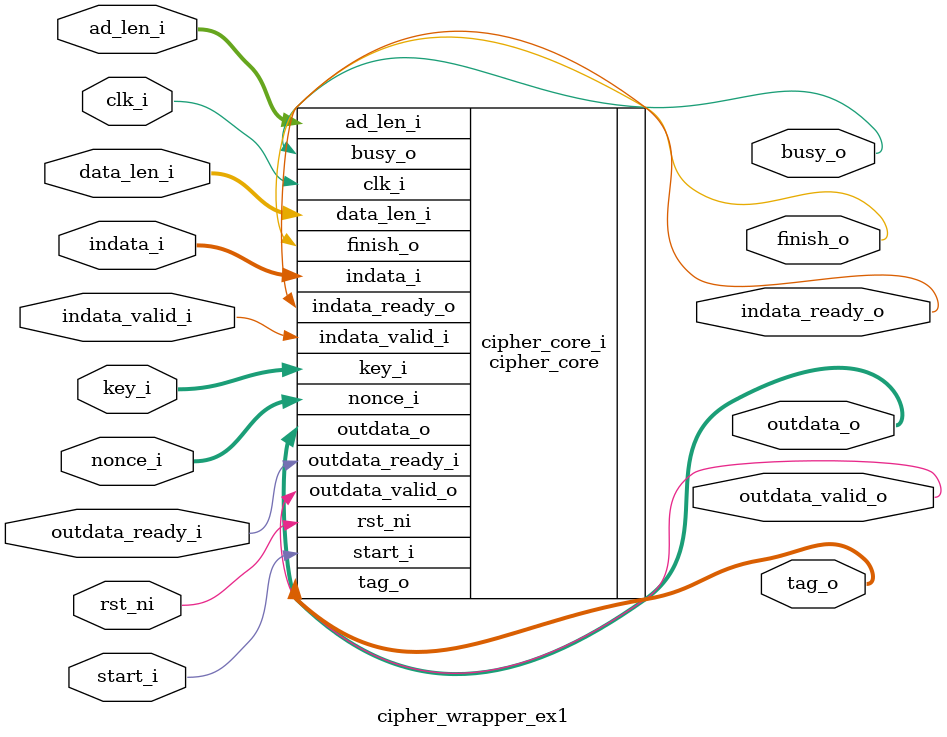
<source format=sv>
`default_nettype none

module cipher_wrapper_ex1 #(
    // Length definitions for the cipher
    parameter KEY_LENGTH  = 128,
    parameter DATA_LENGTH = 128,
    parameter LENGTH      = 32
)(
`ifdef USE_POWER_PINS
    inout VPWR,	// User area 1 1.8V supply
    inout VGND,	// User area 1 digital ground
`endif
    input  logic                   clk_i,           // Rising edge active clk.
    input  logic                   rst_ni,          // Active low reset.
    input  logic [KEY_LENGTH-1:0]  key_i,           // Encryption key.
    input  logic [DATA_LENGTH-1:0] nonce_i,         // Nonce.
    input  logic [LENGTH-1:0]      data_len_i,      // # of data blocks.
    input  logic [LENGTH-1:0]      ad_len_i,        // # of ad blocks.
    input  logic [DATA_LENGTH-1:0] indata_i,        // Plaintext and AD.
    input  logic                   indata_valid_i,  // Master valid.
    output logic                   indata_ready_o,  // Slave ready.
    output logic [DATA_LENGTH-1:0] outdata_o,       // Ciphertext.
    output logic                   outdata_valid_o, // Slave valid.
    input  logic                   outdata_ready_i, // Master ready.
    output logic [DATA_LENGTH-1:0] tag_o,           // Tag.
    input  logic                   start_i,         // Start signal.
    output logic                   busy_o,          // Cipher busy. 
    output logic                   finish_o         // Cipher finish.
);

    cipher_core cipher_core_i (
        .clk_i              (clk_i),
        .rst_ni             (rst_ni),
        .key_i              (key_i),
        .nonce_i            (nonce_i),
        .data_len_i         (data_len_i),
        .ad_len_i           (ad_len_i),
        .indata_i           (indata_i),
        .indata_valid_i     (indata_valid_i),
        .indata_ready_o     (indata_ready_o),
        .outdata_o          (outdata_o),
        .outdata_valid_o    (outdata_valid_o),
        .outdata_ready_i    (outdata_ready_i),
        .tag_o              (tag_o),
        .start_i            (start_i),
        .busy_o             (busy_o),
        .finish_o           (finish_o)
    );

endmodule

</source>
